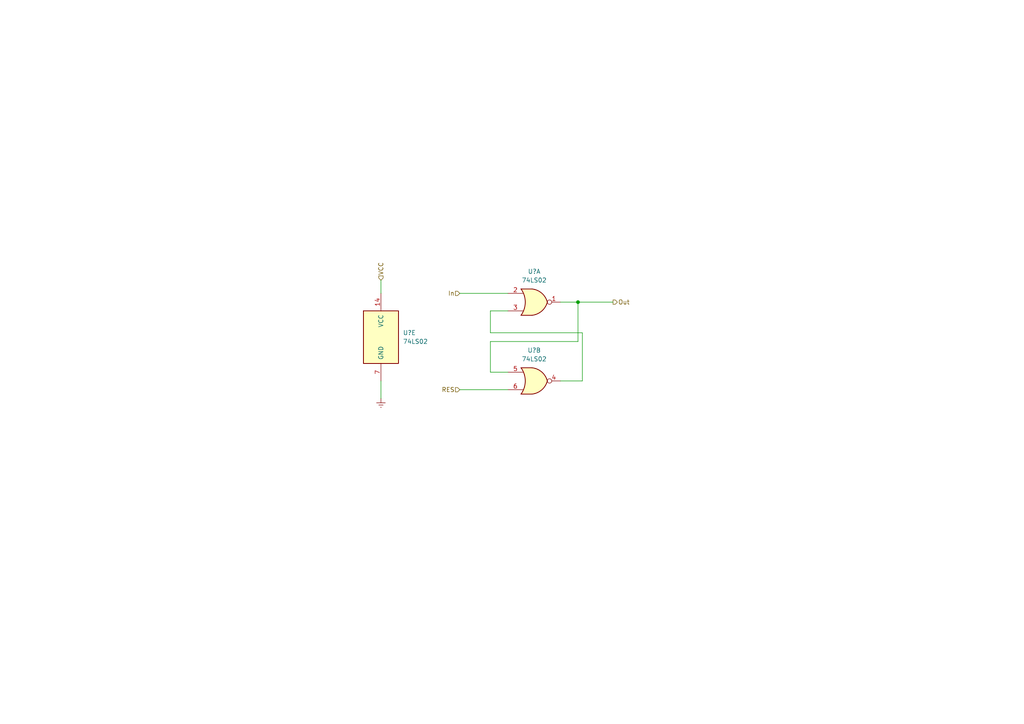
<source format=kicad_sch>
(kicad_sch (version 20230121) (generator eeschema)
  (paper "A4")
  (lib_symbols
    (symbol "74xx:74LS02" (pin_names (offset 1.016))
      (property "Reference" "U" (at 0 1.27 0))
      (property "Value" "74LS02" (at 0 -1.27 0))
      (symbol "74LS02_1_1"
        (arc (start -3.81 -3.81) (mid -2.589 0) (end -3.81 3.81) (stroke (width 0.254)))
        (arc (start -0.6096 -3.81) (mid 2.1842 -2.5851) (end 3.81 0) (stroke (width 0.254)) (fill (type background)))
        (polyline (pts (xy -3.81 -3.81) (xy -0.635 -3.81)) (stroke (width 0.254)) (fill (type background)))
        (polyline (pts (xy -3.81 3.81) (xy -0.635 3.81)) (stroke (width 0.254)) (fill (type background)))
        (polyline (pts (xy -0.635 3.81) (xy -3.81 3.81) (xy -3.81 3.81) (xy -3.556 3.4036) (xy -3.0226 2.2606) (xy -2.6924 1.0414) (xy -2.6162 -0.254) (xy -2.7686 -1.4986) (xy -3.175 -2.7178) (xy -3.81 -3.81) (xy -3.81 -3.81) (xy -0.635 -3.81)) (stroke (width -25.4)) (fill (type background)))
        (arc (start 3.81 0) (mid 2.1915 2.5936) (end -0.6096 3.81) (stroke (width 0.254)) (fill (type background)))
        (pin output inverted (at 7.62 0 180) (length 3.81) (name "~") (number "1"))
        (pin input line (at -7.62 2.54 0) (length 4.318) (name "~") (number "2"))
        (pin input line (at -7.62 -2.54 0) (length 4.318) (name "~") (number "3"))
      )
      (symbol "74LS02_1_2"
        (arc (start 0 -3.81) (mid 3.7934 0) (end 0 3.81) (stroke (width 0.254)) (fill (type background)))
        (polyline (pts (xy 0 3.81) (xy -3.81 3.81) (xy -3.81 -3.81) (xy 0 -3.81)) (stroke (width 0.254)) (fill (type background)))
        (pin output line (at 7.62 0 180) (length 3.81) (name "~") (number "1"))
        (pin input inverted (at -7.62 2.54 0) (length 3.81) (name "~") (number "2"))
        (pin input inverted (at -7.62 -2.54 0) (length 3.81) (name "~") (number "3"))
      )
      (symbol "74LS02_2_1"
        (arc (start -3.81 -3.81) (mid -2.589 0) (end -3.81 3.81) (stroke (width 0.254)))
        (arc (start -0.6096 -3.81) (mid 2.1842 -2.5851) (end 3.81 0) (stroke (width 0.254)) (fill (type background)))
        (polyline (pts (xy -3.81 -3.81) (xy -0.635 -3.81)) (stroke (width 0.254)) (fill (type background)))
        (polyline (pts (xy -3.81 3.81) (xy -0.635 3.81)) (stroke (width 0.254)) (fill (type background)))
        (polyline (pts (xy -0.635 3.81) (xy -3.81 3.81) (xy -3.81 3.81) (xy -3.556 3.4036) (xy -3.0226 2.2606) (xy -2.6924 1.0414) (xy -2.6162 -0.254) (xy -2.7686 -1.4986) (xy -3.175 -2.7178) (xy -3.81 -3.81) (xy -3.81 -3.81) (xy -0.635 -3.81)) (stroke (width -25.4)) (fill (type background)))
        (arc (start 3.81 0) (mid 2.1915 2.5936) (end -0.6096 3.81) (stroke (width 0.254)) (fill (type background)))
        (pin output inverted (at 7.62 0 180) (length 3.81) (name "~") (number "4"))
        (pin input line (at -7.62 2.54 0) (length 4.318) (name "~") (number "5"))
        (pin input line (at -7.62 -2.54 0) (length 4.318) (name "~") (number "6"))
      )
      (symbol "74LS02_2_2"
        (arc (start 0 -3.81) (mid 3.7934 0) (end 0 3.81) (stroke (width 0.254)) (fill (type background)))
        (polyline (pts (xy 0 3.81) (xy -3.81 3.81) (xy -3.81 -3.81) (xy 0 -3.81)) (stroke (width 0.254)) (fill (type background)))
        (pin output line (at 7.62 0 180) (length 3.81) (name "~") (number "4"))
        (pin input inverted (at -7.62 2.54 0) (length 3.81) (name "~") (number "5"))
        (pin input inverted (at -7.62 -2.54 0) (length 3.81) (name "~") (number "6"))
      )
      (symbol "74LS02_3_1"
        (arc (start -3.81 -3.81) (mid -2.589 0) (end -3.81 3.81) (stroke (width 0.254)))
        (arc (start -0.6096 -3.81) (mid 2.1842 -2.5851) (end 3.81 0) (stroke (width 0.254)) (fill (type background)))
        (polyline (pts (xy -3.81 -3.81) (xy -0.635 -3.81)) (stroke (width 0.254)) (fill (type background)))
        (polyline (pts (xy -3.81 3.81) (xy -0.635 3.81)) (stroke (width 0.254)) (fill (type background)))
        (polyline (pts (xy -0.635 3.81) (xy -3.81 3.81) (xy -3.81 3.81) (xy -3.556 3.4036) (xy -3.0226 2.2606) (xy -2.6924 1.0414) (xy -2.6162 -0.254) (xy -2.7686 -1.4986) (xy -3.175 -2.7178) (xy -3.81 -3.81) (xy -3.81 -3.81) (xy -0.635 -3.81)) (stroke (width -25.4)) (fill (type background)))
        (arc (start 3.81 0) (mid 2.1915 2.5936) (end -0.6096 3.81) (stroke (width 0.254)) (fill (type background)))
        (pin output inverted (at 7.62 0 180) (length 3.81) (name "~") (number "10"))
        (pin input line (at -7.62 2.54 0) (length 4.318) (name "~") (number "8"))
        (pin input line (at -7.62 -2.54 0) (length 4.318) (name "~") (number "9"))
      )
      (symbol "74LS02_3_2"
        (arc (start 0 -3.81) (mid 3.7934 0) (end 0 3.81) (stroke (width 0.254)) (fill (type background)))
        (polyline (pts (xy 0 3.81) (xy -3.81 3.81) (xy -3.81 -3.81) (xy 0 -3.81)) (stroke (width 0.254)) (fill (type background)))
        (pin output line (at 7.62 0 180) (length 3.81) (name "~") (number "10"))
        (pin input inverted (at -7.62 2.54 0) (length 3.81) (name "~") (number "8"))
        (pin input inverted (at -7.62 -2.54 0) (length 3.81) (name "~") (number "9"))
      )
      (symbol "74LS02_4_1"
        (arc (start -3.81 -3.81) (mid -2.589 0) (end -3.81 3.81) (stroke (width 0.254)))
        (arc (start -0.6096 -3.81) (mid 2.1842 -2.5851) (end 3.81 0) (stroke (width 0.254)) (fill (type background)))
        (polyline (pts (xy -3.81 -3.81) (xy -0.635 -3.81)) (stroke (width 0.254)) (fill (type background)))
        (polyline (pts (xy -3.81 3.81) (xy -0.635 3.81)) (stroke (width 0.254)) (fill (type background)))
        (polyline (pts (xy -0.635 3.81) (xy -3.81 3.81) (xy -3.81 3.81) (xy -3.556 3.4036) (xy -3.0226 2.2606) (xy -2.6924 1.0414) (xy -2.6162 -0.254) (xy -2.7686 -1.4986) (xy -3.175 -2.7178) (xy -3.81 -3.81) (xy -3.81 -3.81) (xy -0.635 -3.81)) (stroke (width -25.4)) (fill (type background)))
        (arc (start 3.81 0) (mid 2.1915 2.5936) (end -0.6096 3.81) (stroke (width 0.254)) (fill (type background)))
        (pin input line (at -7.62 2.54 0) (length 4.318) (name "~") (number "11"))
        (pin input line (at -7.62 -2.54 0) (length 4.318) (name "~") (number "12"))
        (pin output inverted (at 7.62 0 180) (length 3.81) (name "~") (number "13"))
      )
      (symbol "74LS02_4_2"
        (arc (start 0 -3.81) (mid 3.7934 0) (end 0 3.81) (stroke (width 0.254)) (fill (type background)))
        (polyline (pts (xy 0 3.81) (xy -3.81 3.81) (xy -3.81 -3.81) (xy 0 -3.81)) (stroke (width 0.254)) (fill (type background)))
        (pin input inverted (at -7.62 2.54 0) (length 3.81) (name "~") (number "11"))
        (pin input inverted (at -7.62 -2.54 0) (length 3.81) (name "~") (number "12"))
        (pin output line (at 7.62 0 180) (length 3.81) (name "~") (number "13"))
      )
      (symbol "74LS02_5_0"
        (pin power_in line (at 0 12.7 270) (length 5.08) (name "VCC") (number "14"))
        (pin power_in line (at 0 -12.7 90) (length 5.08) (name "GND") (number "7"))
      )
      (symbol "74LS02_5_1"
        (rectangle (start -5.08 7.62) (end 5.08 -7.62) (stroke (width 0.254)) (fill (type background)))
      )
    )
    (symbol "power:Earth" (power) (pin_names (offset 0))
      (symbol "Earth_0_1"
        (polyline (pts (xy -0.635 -1.905) (xy 0.635 -1.905)))
        (polyline (pts (xy -0.127 -2.54) (xy 0.127 -2.54)))
        (polyline (pts (xy 0 -1.27) (xy 0 0)))
        (polyline (pts (xy 1.27 -1.27) (xy -1.27 -1.27)))
      )
      (symbol "Earth_1_1"
        (pin power_in line (at 0 0 270) (length 0) hide (name "Earth") (number "1"))
      )
    )
  )
  (junction (at 167.64 87.63))
  (wire (pts (xy 142.24 90.17) (xy 142.24 96.52)))
  (wire (pts (xy 142.24 107.95) (xy 142.24 99.06)))
  (wire (pts (xy 142.24 99.06) (xy 167.64 99.06)))
  (wire (pts (xy 147.32 90.17) (xy 142.24 90.17)))
  (wire (pts (xy 167.64 87.63) (xy 177.8 87.63)))
  (wire (pts (xy 142.24 96.52) (xy 168.91 96.52)))
  (wire (pts (xy 133.35 85.09) (xy 147.32 85.09)))
  (wire (pts (xy 168.91 110.49) (xy 162.56 110.49)))
  (wire (pts (xy 110.49 81.28) (xy 110.49 85.09)))
  (wire (pts (xy 167.64 87.63) (xy 162.56 87.63)))
  (wire (pts (xy 133.35 113.03) (xy 147.32 113.03)))
  (wire (pts (xy 147.32 107.95) (xy 142.24 107.95)))
  (wire (pts (xy 110.49 110.49) (xy 110.49 115.57)))
  (wire (pts (xy 168.91 96.52) (xy 168.91 110.49)))
  (wire (pts (xy 167.64 99.06) (xy 167.64 87.63)))
  (hierarchical_label "Out" (shape output) (at 177.8 87.63 0))
  (hierarchical_label "RES" (shape input) (at 133.35 113.03 180))
  (hierarchical_label "VCC" (shape input) (at 110.49 81.28 90))
  (hierarchical_label "In" (shape input) (at 133.35 85.09 180))
  (symbol (lib_id "74xx:74LS02") (at 154.94 110.49 0) (unit 2)
    (property "Reference" "U?" (at 154.94 101.6 0))
    (property "Value" "74LS02" (at 154.94 104.14 0))
    (property "Datasheet" "http://www.ti.com/lit/gpn/sn74ls02" (effects hide))
    (instances (project "color-sorter" (path "" (reference "U?") (unit 2)) (path "" (reference "U17") (unit 2)) (path "" (reference "U20") (unit 2)) (path "" (reference "U23") (unit 2)) (path "" (reference "U26") (unit 2)) (path "" (reference "U29") (unit 2))))
  )
  (symbol (lib_id "74xx:74LS02") (at 110.49 97.79 0) (unit 5)
    (property "Reference" "U?" (at 116.84 96.52 0) (effects (justify left)))
    (property "Value" "74LS02" (at 116.84 99.06 0) (effects (justify left)))
    (property "Datasheet" "http://www.ti.com/lit/gpn/sn74ls02" (effects hide))
    (instances (project "color-sorter" (path "" (reference "U?") (unit 5)) (path "" (reference "U17") (unit 5)) (path "" (reference "U20") (unit 5)) (path "" (reference "U23") (unit 5)) (path "" (reference "U26") (unit 5)) (path "" (reference "U29") (unit 5))))
  )
  (symbol (lib_id "74xx:74LS02") (at 154.94 87.63 0) (unit 1)
    (property "Reference" "U?" (at 154.94 78.74 0))
    (property "Value" "74LS02" (at 154.94 81.28 0))
    (property "Datasheet" "http://www.ti.com/lit/gpn/sn74ls02" (effects hide))
    (instances (project "color-sorter" (path "" (reference "U?") (unit 1)) (path "" (reference "U17") (unit 1)) (path "" (reference "U20") (unit 1)) (path "" (reference "U23") (unit 1)) (path "" (reference "U26") (unit 1)) (path "" (reference "U29") (unit 1))))
  )
  (symbol (lib_id "power:Earth") (at 110.49 115.57 0) (unit 1)
    (property "Reference" "#PWR029" (effects hide))
    (property "Value" "Earth" (effects hide))
    (instances (project "color-sorter" (path "" (reference "#PWR029") (unit 1)) (path "" (reference "#PWR036") (unit 1)) (path "" (reference "#PWR043") (unit 1)) (path "" (reference "#PWR050") (unit 1)) (path "" (reference "#PWR057") (unit 1))))
  )
)
</source>
